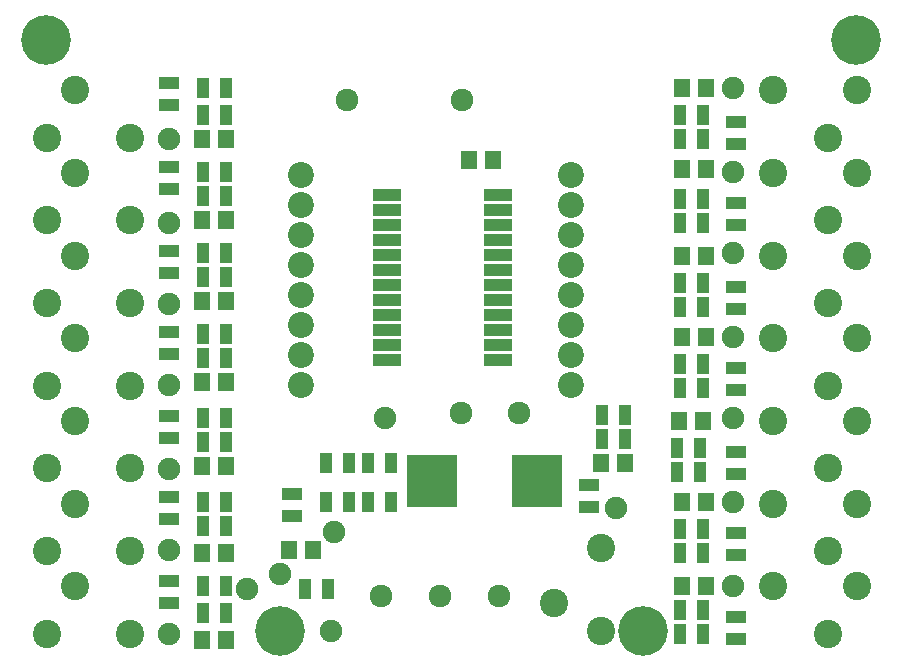
<source format=gbr>
G04 #@! TF.FileFunction,Soldermask,Top*
%FSLAX46Y46*%
G04 Gerber Fmt 4.6, Leading zero omitted, Abs format (unit mm)*
G04 Created by KiCad (PCBNEW 4.0.7) date Tuesday, June 05, 2018 'PMt' 05:00:48 PM*
%MOMM*%
%LPD*%
G01*
G04 APERTURE LIST*
%ADD10C,0.100000*%
%ADD11R,1.400000X1.650000*%
%ADD12R,4.210000X4.460000*%
%ADD13C,1.900000*%
%ADD14C,1.924000*%
%ADD15C,2.400000*%
%ADD16R,1.100000X1.700000*%
%ADD17R,1.700000X1.100000*%
%ADD18R,2.400000X1.000000*%
%ADD19C,2.200000*%
%ADD20C,4.200000*%
G04 APERTURE END LIST*
D10*
D11*
X57642000Y-89916000D03*
X55642000Y-89916000D03*
X40402000Y-122936000D03*
X42402000Y-122936000D03*
X33036000Y-130556000D03*
X35036000Y-130556000D03*
X33036000Y-123190000D03*
X35036000Y-123190000D03*
X33036000Y-115824000D03*
X35036000Y-115824000D03*
X33036000Y-108712000D03*
X35036000Y-108712000D03*
X33036000Y-101854000D03*
X35036000Y-101854000D03*
X33036000Y-94996000D03*
X35036000Y-94996000D03*
X33036000Y-88138000D03*
X35036000Y-88138000D03*
X75676000Y-83820000D03*
X73676000Y-83820000D03*
X75676000Y-90678000D03*
X73676000Y-90678000D03*
X75676000Y-98044000D03*
X73676000Y-98044000D03*
X75676000Y-104902000D03*
X73676000Y-104902000D03*
X75422000Y-112014000D03*
X73422000Y-112014000D03*
X75676000Y-118872000D03*
X73676000Y-118872000D03*
X75676000Y-125984000D03*
X73676000Y-125984000D03*
X66818000Y-115570000D03*
X68818000Y-115570000D03*
D12*
X52451000Y-117092000D03*
X61341000Y-117092000D03*
D13*
X43942000Y-129794000D03*
D14*
X48150000Y-126850000D03*
X53150000Y-126850000D03*
X58150000Y-126850000D03*
D15*
X22244000Y-126000000D03*
X19844000Y-130000000D03*
X26894000Y-130000000D03*
X22244000Y-119000000D03*
X19844000Y-123000000D03*
X26894000Y-123000000D03*
X22244000Y-112000000D03*
X19844000Y-116000000D03*
X26894000Y-116000000D03*
X22244000Y-105000000D03*
X19844000Y-109000000D03*
X26894000Y-109000000D03*
X22244000Y-98000000D03*
X19844000Y-102000000D03*
X26894000Y-102000000D03*
X22244000Y-91000000D03*
X19844000Y-95000000D03*
X26894000Y-95000000D03*
X22244000Y-84000000D03*
X19844000Y-88000000D03*
X26894000Y-88000000D03*
X86026000Y-88000000D03*
X88426000Y-84000000D03*
X81376000Y-84000000D03*
X86026000Y-95000000D03*
X88426000Y-91000000D03*
X81376000Y-91000000D03*
X86026000Y-102000000D03*
X88426000Y-98000000D03*
X81376000Y-98000000D03*
X86026000Y-109000000D03*
X88426000Y-105000000D03*
X81376000Y-105000000D03*
X86026000Y-116000000D03*
X88426000Y-112000000D03*
X81376000Y-112000000D03*
X86026000Y-123000000D03*
X88426000Y-119000000D03*
X81376000Y-119000000D03*
X86026000Y-130000000D03*
X88426000Y-126000000D03*
X81376000Y-126000000D03*
X62770000Y-127376000D03*
X66770000Y-129776000D03*
X66770000Y-122726000D03*
D16*
X47056000Y-115570000D03*
X48956000Y-115570000D03*
X43500000Y-115570000D03*
X45400000Y-115570000D03*
X45400000Y-118872000D03*
X43500000Y-118872000D03*
X47056000Y-118872000D03*
X48956000Y-118872000D03*
D17*
X40640000Y-118176000D03*
X40640000Y-120076000D03*
D16*
X41722000Y-126238000D03*
X43622000Y-126238000D03*
D17*
X30226000Y-127442000D03*
X30226000Y-125542000D03*
X30226000Y-120330000D03*
X30226000Y-118430000D03*
X30226000Y-113472000D03*
X30226000Y-111572000D03*
D16*
X34986000Y-125984000D03*
X33086000Y-125984000D03*
X33086000Y-128270000D03*
X34986000Y-128270000D03*
X34986000Y-118872000D03*
X33086000Y-118872000D03*
X33086000Y-120904000D03*
X34986000Y-120904000D03*
X34986000Y-111760000D03*
X33086000Y-111760000D03*
X33086000Y-113792000D03*
X34986000Y-113792000D03*
D17*
X30226000Y-106360000D03*
X30226000Y-104460000D03*
X30226000Y-99502000D03*
X30226000Y-97602000D03*
X30226000Y-92390000D03*
X30226000Y-90490000D03*
D16*
X34986000Y-104648000D03*
X33086000Y-104648000D03*
X33086000Y-106680000D03*
X34986000Y-106680000D03*
X34986000Y-97790000D03*
X33086000Y-97790000D03*
X33086000Y-99822000D03*
X34986000Y-99822000D03*
X34986000Y-90932000D03*
X33086000Y-90932000D03*
X33086000Y-92964000D03*
X34986000Y-92964000D03*
D17*
X30226000Y-85278000D03*
X30226000Y-83378000D03*
X78232000Y-86680000D03*
X78232000Y-88580000D03*
X78232000Y-93538000D03*
X78232000Y-95438000D03*
D16*
X34986000Y-83820000D03*
X33086000Y-83820000D03*
X33086000Y-86106000D03*
X34986000Y-86106000D03*
X73472000Y-88138000D03*
X75372000Y-88138000D03*
X75372000Y-86106000D03*
X73472000Y-86106000D03*
X73472000Y-95250000D03*
X75372000Y-95250000D03*
X75372000Y-93218000D03*
X73472000Y-93218000D03*
D17*
X78232000Y-100650000D03*
X78232000Y-102550000D03*
X78232000Y-107508000D03*
X78232000Y-109408000D03*
X78232000Y-114620000D03*
X78232000Y-116520000D03*
D16*
X73472000Y-102362000D03*
X75372000Y-102362000D03*
X75372000Y-100330000D03*
X73472000Y-100330000D03*
X73472000Y-109220000D03*
X75372000Y-109220000D03*
X75372000Y-107188000D03*
X73472000Y-107188000D03*
X73218000Y-116332000D03*
X75118000Y-116332000D03*
X75118000Y-114300000D03*
X73218000Y-114300000D03*
D17*
X78232000Y-121478000D03*
X78232000Y-123378000D03*
X78232000Y-128590000D03*
X78232000Y-130490000D03*
X65786000Y-117414000D03*
X65786000Y-119314000D03*
D16*
X73472000Y-123190000D03*
X75372000Y-123190000D03*
X75372000Y-121158000D03*
X73472000Y-121158000D03*
X73472000Y-130048000D03*
X75372000Y-130048000D03*
X75372000Y-128016000D03*
X73472000Y-128016000D03*
X68768000Y-111506000D03*
X66868000Y-111506000D03*
X66868000Y-113538000D03*
X68768000Y-113538000D03*
D18*
X48640000Y-92837000D03*
X48640000Y-94107000D03*
X48640000Y-95377000D03*
X48640000Y-96647000D03*
X48640000Y-97917000D03*
X48640000Y-99187000D03*
X48640000Y-100457000D03*
X48640000Y-101727000D03*
X48640000Y-102997000D03*
X48640000Y-104267000D03*
X48640000Y-105537000D03*
X48640000Y-106807000D03*
X58040000Y-106807000D03*
X58040000Y-105537000D03*
X58040000Y-104267000D03*
X58040000Y-102997000D03*
X58040000Y-101727000D03*
X58040000Y-100457000D03*
X58040000Y-99187000D03*
X58040000Y-97917000D03*
X58040000Y-96647000D03*
X58040000Y-95377000D03*
X58040000Y-94107000D03*
X58040000Y-92837000D03*
D19*
X64262000Y-108966000D03*
X64262000Y-106426000D03*
X64262000Y-103886000D03*
X64262000Y-101346000D03*
X64262000Y-98806000D03*
X64262000Y-96266000D03*
X64262000Y-93726000D03*
X64262000Y-91186000D03*
X41402000Y-91186000D03*
X41402000Y-93726000D03*
X41402000Y-96266000D03*
X41402000Y-98806000D03*
X41402000Y-101346000D03*
X41402000Y-103886000D03*
X41402000Y-106426000D03*
X41402000Y-108966000D03*
D13*
X44196000Y-121412000D03*
X39624000Y-124968000D03*
X36830000Y-126238000D03*
X48514000Y-111760000D03*
X30226000Y-130048000D03*
X30226000Y-122936000D03*
X30226000Y-116078000D03*
X30226000Y-108966000D03*
X30226000Y-102108000D03*
X30226000Y-95250000D03*
X30226000Y-88138000D03*
X77978000Y-83820000D03*
X77978000Y-90932000D03*
X77978000Y-97790000D03*
X77978000Y-104902000D03*
X77978000Y-111760000D03*
X77978000Y-118872000D03*
X77978000Y-125984000D03*
X68072000Y-119380000D03*
D20*
X19812000Y-79756000D03*
X88392000Y-79756000D03*
X39624000Y-129794000D03*
X70358000Y-129794000D03*
D14*
X54892000Y-111280000D03*
X59792000Y-111280000D03*
X54992000Y-84780000D03*
X45292000Y-84780000D03*
M02*

</source>
